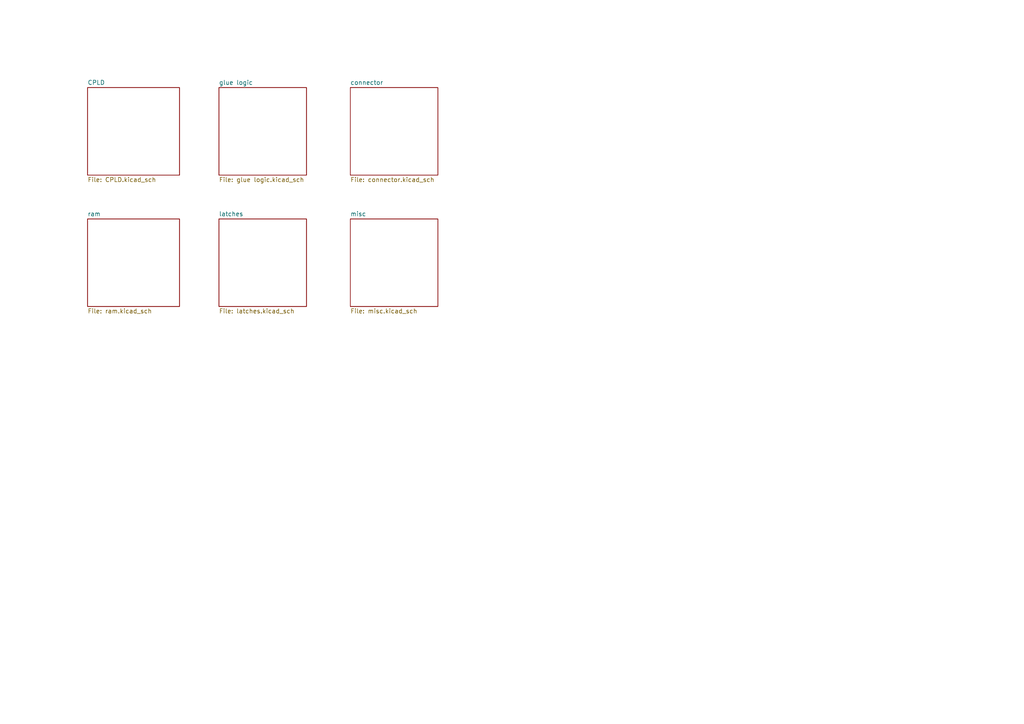
<source format=kicad_sch>
(kicad_sch (version 20230121) (generator eeschema)
  (paper "A4")
  (title_block (title "Mini8086 VGA board") (rev "1.1"))
  (lib_symbols)
  (sheet (at 25.4 25.4) (size 26.67 25.4)
    (property "Sheetname" "CPLD" (at 25.4 24.6884 0) (effects (justify left bottom)))
    (property "Sheetfile" "CPLD.kicad_sch" (at 25.4 51.3846 0) (effects (justify left top)))
  )
  (sheet (at 25.4 63.5) (size 26.67 25.4)
    (property "Sheetname" "ram" (at 25.4 62.7884 0) (effects (justify left bottom)))
    (property "Sheetfile" "ram.kicad_sch" (at 25.4 89.4846 0) (effects (justify left top)))
  )
  (sheet (at 63.5 25.4) (size 25.4 25.4)
    (property "Sheetname" "glue logic" (at 63.5 24.6884 0) (effects (justify left bottom)))
    (property "Sheetfile" "glue logic.kicad_sch" (at 63.5 51.3846 0) (effects (justify left top)))
  )
  (sheet (at 63.5 63.5) (size 25.4 25.4)
    (property "Sheetname" "latches" (at 63.5 62.7884 0) (effects (justify left bottom)))
    (property "Sheetfile" "latches.kicad_sch" (at 63.5 89.4846 0) (effects (justify left top)))
  )
  (sheet (at 101.6 63.5) (size 25.4 25.4)
    (property "Sheetname" "misc" (at 101.6 62.7884 0) (effects (justify left bottom)))
    (property "Sheetfile" "misc.kicad_sch" (at 101.6 89.4846 0) (effects (justify left top)))
  )
  (sheet (at 101.6 25.4) (size 25.4 25.4)
    (property "Sheetname" "connector" (at 101.6 24.6884 0) (effects (justify left bottom)))
    (property "Sheetfile" "connector.kicad_sch" (at 101.6 51.3846 0) (effects (justify left top)))
  )
)
</source>
